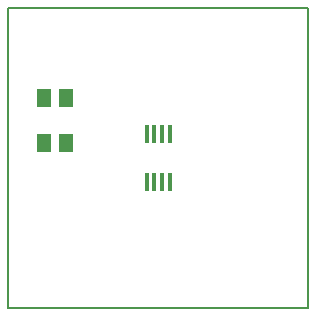
<source format=gtp>
G75*
%MOIN*%
%OFA0B0*%
%FSLAX25Y25*%
%IPPOS*%
%LPD*%
%AMOC8*
5,1,8,0,0,1.08239X$1,22.5*
%
%ADD10C,0.00000*%
%ADD11R,0.01800X0.06000*%
%ADD12R,0.05118X0.05906*%
%ADD13C,0.00500*%
D10*
X0005829Y0005829D02*
X0005829Y0105790D01*
X0105829Y0105829D01*
X0105829Y0005829D01*
X0005829Y0005829D01*
D11*
X0052029Y0047829D03*
X0054529Y0047829D03*
X0057129Y0047829D03*
X0059629Y0047829D03*
X0059629Y0063829D03*
X0057129Y0063829D03*
X0054529Y0063829D03*
X0052029Y0063829D03*
D12*
X0025194Y0060829D03*
X0017714Y0060829D03*
X0017714Y0075829D03*
X0025194Y0075829D03*
D13*
X0005829Y0005829D02*
X0105829Y0005829D01*
X0105829Y0105829D01*
X0005829Y0105829D01*
X0005829Y0005829D01*
M02*

</source>
